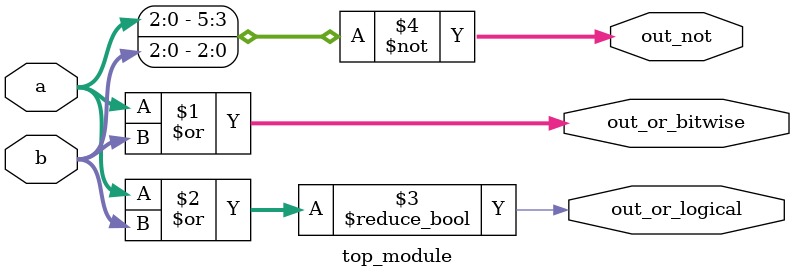
<source format=sv>
module top_module(
	input [2:0] a, 
	input [2:0] b, 
	output [2:0] out_or_bitwise,
	output out_or_logical,
	output [5:0] out_not
);

	// Bitwise OR module
	assign out_or_bitwise = a | b;
	
	// Logical OR module
	assign out_or_logical = (a | b) != 0;
	
	// Bitwise NOT module
	assign out_not = ~{a, b};

endmodule

</source>
